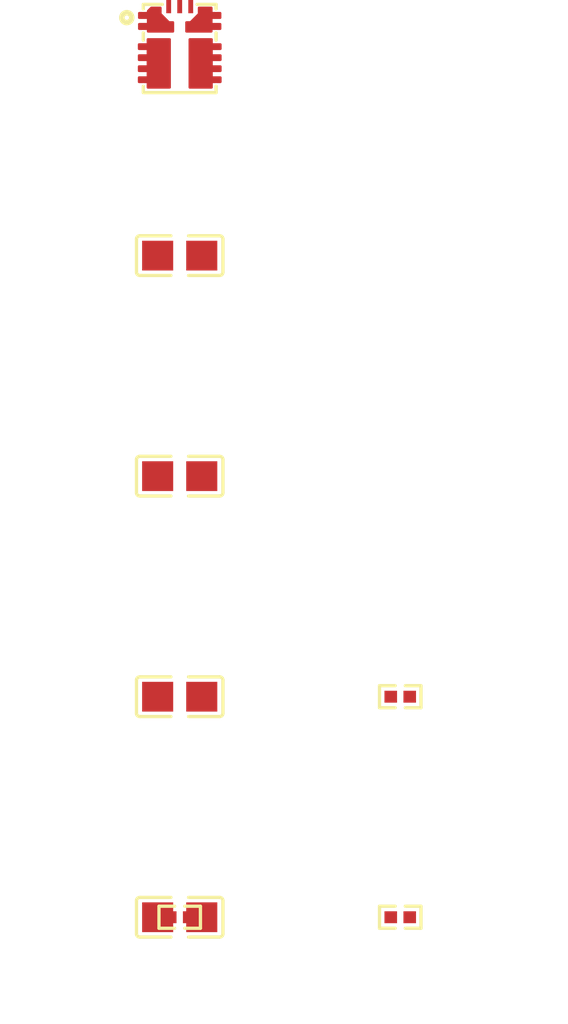
<source format=kicad_pcb>
(kicad_pcb (version 20241229) (generator "atopile") (generator_version "0.12.1")
  (layers (0 "F.Cu" signal) (31 "B.Cu" signal) (34 "B.Paste" user) (35 "F.Paste" user) (36 "B.SilkS" user "B.Silkscreen") (37 "F.SilkS" user "F.Silkscreen") (38 "B.Mask" user) (39 "F.Mask" user) (44 "Edge.Cuts" user))
  (net 0 "")
  (net 4 "PG")
  (net 5 "SW")
  (net 8 "EN")
  (net 3 "power_in-VCC")
  (net 7 "GND")
  (net 10 "power-VCC")
  (net 11 "VDIV_OUTPUT")
  (footprint "Murata_Electronics_GRM21BZ71E106KE15L:C0805" (layer "F.Cu") (at 0 -10 0)
    (property "Reference" "C2" (hide yes))
    (property "Value" "10µF ±10% 25V X7R")
    (fp_line (start 1.81 -0.9) (end 0.4 -0.9) (stroke (width 0.15)) (layer "F.SilkS"))
    (fp_line (start 0.4 0.9) (end 1.81 0.9) (stroke (width 0.15)) (layer "F.SilkS"))
    (fp_line (start 1.96 0.75) (end 1.96 -0.75) (stroke (width 0.15)) (layer "F.SilkS"))
    (fp_line (start -1.81 -0.9) (end -0.4 -0.9) (stroke (width 0.15)) (layer "F.SilkS"))
    (fp_line (start -0.4 0.9) (end -1.81 0.9) (stroke (width 0.15)) (layer "F.SilkS"))
    (fp_line (start -1.96 0.75) (end -1.96 -0.75) (stroke (width 0.15)) (layer "F.SilkS"))
    (fp_arc (start 1.96 0.75) (mid 1.9160660171779822 0.856066017177982) (end 1.81 0.8999999999999999) (stroke (width 0.15)) (layer "F.SilkS"))
    (fp_arc (start 1.81 -0.9) (mid 1.9160660171779822 -0.8560660171779821) (end 1.96 -0.75) (stroke (width 0.15)) (layer "F.SilkS"))
    (fp_arc (start -1.96 0.75) (mid -1.9160660171779822 0.856066017177982) (end -1.81 0.8999999999999999) (stroke (width 0.15)) (layer "F.SilkS"))
    (fp_arc (start -1.81 -0.9) (mid -1.9160660171779822 -0.8560660171779821) (end -1.96 -0.75) (stroke (width 0.15)) (layer "F.SilkS"))
    (pad "2" smd rect (at 1 0 0) (size 1.41 1.35) (layers "F.Cu" "F.Paste" "F.Mask") (net 7 "GND"))
    (pad "1" smd rect (at -1 0 0) (size 1.41 1.35) (layers "F.Cu" "F.Paste" "F.Mask") (net 3 "power_in-VCC"))
  )
  (footprint "Murata_Electronics_GRM21BZ71A226ME15L:C0805" (layer "F.Cu") (at 0 -20 0)
    (property "Reference" "C3" (hide yes))
    (property "Value" "22µF ±20% 10V X7R")
    (fp_line (start 1.81 -0.9) (end 0.4 -0.9) (stroke (width 0.15)) (layer "F.SilkS"))
    (fp_line (start 0.4 0.9) (end 1.81 0.9) (stroke (width 0.15)) (layer "F.SilkS"))
    (fp_line (start 1.96 0.75) (end 1.96 -0.75) (stroke (width 0.15)) (layer "F.SilkS"))
    (fp_line (start -1.81 -0.9) (end -0.4 -0.9) (stroke (width 0.15)) (layer "F.SilkS"))
    (fp_line (start -0.4 0.9) (end -1.81 0.9) (stroke (width 0.15)) (layer "F.SilkS"))
    (fp_line (start -1.96 0.75) (end -1.96 -0.75) (stroke (width 0.15)) (layer "F.SilkS"))
    (fp_arc (start 1.96 0.75) (mid 1.9160660171779822 0.856066017177982) (end 1.81 0.8999999999999999) (stroke (width 0.15)) (layer "F.SilkS"))
    (fp_arc (start 1.81 -0.9) (mid 1.9160660171779822 -0.8560660171779821) (end 1.96 -0.75) (stroke (width 0.15)) (layer "F.SilkS"))
    (fp_arc (start -1.96 0.75) (mid -1.9160660171779822 0.856066017177982) (end -1.81 0.8999999999999999) (stroke (width 0.15)) (layer "F.SilkS"))
    (fp_arc (start -1.81 -0.9) (mid -1.9160660171779822 -0.8560660171779821) (end -1.96 -0.75) (stroke (width 0.15)) (layer "F.SilkS"))
    (pad "2" smd rect (at 1 0 0) (size 1.41 1.35) (layers "F.Cu" "F.Paste" "F.Mask") (net 7 "GND"))
    (pad "1" smd rect (at -1 0 0) (size 1.41 1.35) (layers "F.Cu" "F.Paste" "F.Mask") (net 10 "power-VCC"))
  )
  (footprint "Murata_Electronics_GRM21BZ71A226ME15L:C0805" (layer "F.Cu") (at 0 -30 0)
    (property "Reference" "C4" (hide yes))
    (property "Value" "22µF ±20% 10V X7R")
    (fp_line (start 1.81 -0.9) (end 0.4 -0.9) (stroke (width 0.15)) (layer "F.SilkS"))
    (fp_line (start 0.4 0.9) (end 1.81 0.9) (stroke (width 0.15)) (layer "F.SilkS"))
    (fp_line (start 1.96 0.75) (end 1.96 -0.75) (stroke (width 0.15)) (layer "F.SilkS"))
    (fp_line (start -1.81 -0.9) (end -0.4 -0.9) (stroke (width 0.15)) (layer "F.SilkS"))
    (fp_line (start -0.4 0.9) (end -1.81 0.9) (stroke (width 0.15)) (layer "F.SilkS"))
    (fp_line (start -1.96 0.75) (end -1.96 -0.75) (stroke (width 0.15)) (layer "F.SilkS"))
    (fp_arc (start 1.96 0.75) (mid 1.9160660171779822 0.856066017177982) (end 1.81 0.8999999999999999) (stroke (width 0.15)) (layer "F.SilkS"))
    (fp_arc (start 1.81 -0.9) (mid 1.9160660171779822 -0.8560660171779821) (end 1.96 -0.75) (stroke (width 0.15)) (layer "F.SilkS"))
    (fp_arc (start -1.96 0.75) (mid -1.9160660171779822 0.856066017177982) (end -1.81 0.8999999999999999) (stroke (width 0.15)) (layer "F.SilkS"))
    (fp_arc (start -1.81 -0.9) (mid -1.9160660171779822 -0.8560660171779821) (end -1.96 -0.75) (stroke (width 0.15)) (layer "F.SilkS"))
    (pad "2" smd rect (at 1 0 0) (size 1.41 1.35) (layers "F.Cu" "F.Paste" "F.Mask") (net 7 "GND"))
    (pad "1" smd rect (at -1 0 0) (size 1.41 1.35) (layers "F.Cu" "F.Paste" "F.Mask") (net 10 "power-VCC"))
  )
  (footprint "TEXAS_INSTRUMENTS_TPSM863257RDXR:QFN-7_L4.0-W3.3_TPSM863257RDXR" (layer "F.Cu") (at 0 -40 0)
    (property "Reference" "U1" (hide yes))
    (property "Value" "")
    (fp_line (start -1.65 2.61) (end 1.65 2.61) (stroke (width 0.15)) (layer "F.SilkS"))
    (fp_line (start 1.65 2.61) (end 1.65 2.32) (stroke (width 0.15)) (layer "F.SilkS"))
    (fp_line (start -1.65 0.23) (end -1.65 -0.1) (stroke (width 0.15)) (layer "F.SilkS"))
    (fp_line (start 1.65 0.23) (end 1.65 -0.1) (stroke (width 0.15)) (layer "F.SilkS"))
    (fp_line (start -1.65 2.61) (end -1.65 2.32) (stroke (width 0.15)) (layer "F.SilkS"))
    (fp_line (start -0.79 -1.39) (end -1.65 -1.39) (stroke (width 0.15)) (layer "F.SilkS"))
    (fp_line (start 1.65 -1.18) (end 1.65 -1.39) (stroke (width 0.15)) (layer "F.SilkS"))
    (fp_line (start 1.65 -1.39) (end 0.79 -1.39) (stroke (width 0.15)) (layer "F.SilkS"))
    (fp_line (start -1.65 -1.39) (end -1.65 -1.18) (stroke (width 0.15)) (layer "F.SilkS"))
    (fp_circle (center -2.4 -0.79) (end -2.3 -0.79) (stroke (width 0.25)) (fill no) (layer "F.SilkS"))
    (pad "5" smd rect (at 0.5 -1.29 0) (size 0.22 0.6) (layers "F.Cu" "F.Paste" "F.Mask") (net 4 "PG"))
    (pad "6" smd rect (at 0 -1.29 0) (size 0.22 0.6) (layers "F.Cu" "F.Paste" "F.Mask") (net 8 "EN"))
    (pad "7" smd rect (at -0.5 -1.29 0) (size 0.22 0.6) (layers "F.Cu" "F.Paste" "F.Mask") (net 11 "VDIV_OUTPUT"))
    (pad "1" smd custom (at -0.97 -0.7 0) (size 0.01 0.01) (layers "F.Cu" "F.Paste" "F.Mask") (primitives (gr_poly (pts (xy 0.1 -0.26) (xy 0.1 -0.54) (xy 0.1 -0.54) (xy -0.32 -0.54) (xy -0.32 -0.54) (xy -0.47 -0.39) (xy -0.47 -0.39) (xy -0.47 -0.39) (xy -0.47 -0.39) (xy -0.47 -0.3) (xy -0.47 -0.3) (xy -0.87 -0.3) (xy -0.87 -0.3) (xy -0.87 -0.08) (xy -0.68 -0.08) (xy -0.47 -0.08) (xy -0.47 -0.08) (xy -0.47 0.2) (xy -0.47 0.2) (xy -0.68 0.2) (xy -0.87 0.2) (xy -0.87 0.42) (xy -0.68 0.42) (xy -0.47 0.42) (xy -0.47 0.42) (xy -0.47 0.54) (xy -0.47 0.54) (xy 0.67 0.54) (xy 0.67 0.54) (xy 0.67 0.12) (xy 0.67 0.12) (xy 0.48 0.12) (xy 0.48 0.12) (xy 0.1 -0.26)) (width 0.1))) (net 3 "power_in-VCC"))
    (pad "4" smd custom (at 0.98 -0.7 0) (size 0.01 0.01) (layers "F.Cu" "F.Paste" "F.Mask") (primitives (gr_poly (pts (xy -0.11 -0.54) (xy -0.11 -0.26) (xy -0.11 -0.26) (xy -0.49 0.12) (xy -0.49 0.12) (xy -0.68 0.12) (xy -0.68 0.12) (xy -0.68 0.54) (xy -0.68 0.54) (xy 0.46 0.54) (xy 0.46 0.54) (xy 0.46 0.42) (xy 0.46 0.42) (xy 0.86 0.42) (xy 0.86 0.42) (xy 0.86 0.2) (xy 0.86 0.2) (xy 0.46 0.2) (xy 0.46 0.2) (xy 0.46 -0.08) (xy 0.46 -0.08) (xy 0.86 -0.08) (xy 0.86 -0.08) (xy 0.86 -0.3) (xy 0.86 -0.3) (xy 0.46 -0.3) (xy 0.46 -0.3) (xy 0.46 -0.54) (xy 0.46 -0.54) (xy -0.11 -0.54)) (width 0.1))) (net 7 "GND"))
    (pad "2" smd custom (at -1.05 1.29 0) (size 0.01 0.01) (layers "F.Cu" "F.Paste" "F.Mask") (primitives (gr_poly (pts (xy 0.6 1.09) (xy 0.6 -1.1) (xy 0.6 -1.1) (xy -0.4 -1.1) (xy -0.4 -1.1) (xy -0.4 -0.87) (xy -0.4 -0.87) (xy -0.8 -0.87) (xy -0.8 -0.87) (xy -0.8 -0.66) (xy -0.8 -0.66) (xy -0.4 -0.66) (xy -0.4 -0.66) (xy -0.4 -0.37) (xy -0.4 -0.37) (xy -0.8 -0.37) (xy -0.8 -0.37) (xy -0.8 -0.16) (xy -0.8 -0.16) (xy -0.4 -0.16) (xy -0.4 -0.16) (xy -0.4 0.13) (xy -0.4 0.13) (xy -0.8 0.13) (xy -0.8 0.13) (xy -0.8 0.34) (xy -0.8 0.34) (xy -0.4 0.34) (xy -0.4 0.34) (xy -0.4 0.63) (xy -0.4 0.63) (xy -0.8 0.63) (xy -0.8 0.63) (xy -0.8 0.84) (xy -0.8 0.84) (xy -0.4 0.84) (xy -0.4 0.84) (xy -0.4 1.09) (xy -0.4 1.09) (xy 0.6 1.09)) (width 0.1))) (net 5 "SW"))
    (pad "3" smd custom (at 1.05 1.29 0) (size 0.01 0.01) (layers "F.Cu" "F.Paste" "F.Mask") (primitives (gr_poly (pts (xy 0.4 -0.87) (xy 0.4 -1.1) (xy 0.4 -1.1) (xy -0.6 -1.1) (xy -0.6 -1.1) (xy -0.6 1.09) (xy -0.6 1.09) (xy 0.4 1.09) (xy 0.4 1.09) (xy 0.4 0.84) (xy 0.4 0.84) (xy 0.8 0.84) (xy 0.8 0.84) (xy 0.8 0.63) (xy 0.8 0.63) (xy 0.4 0.63) (xy 0.4 0.63) (xy 0.4 0.34) (xy 0.4 0.34) (xy 0.8 0.34) (xy 0.8 0.34) (xy 0.8 0.13) (xy 0.8 0.13) (xy 0.4 0.13) (xy 0.4 0.13) (xy 0.4 -0.16) (xy 0.4 -0.16) (xy 0.8 -0.16) (xy 0.8 -0.16) (xy 0.8 -0.37) (xy 0.8 -0.37) (xy 0.4 -0.37) (xy 0.4 -0.37) (xy 0.4 -0.66) (xy 0.4 -0.66) (xy 0.8 -0.66) (xy 0.8 -0.66) (xy 0.8 -0.87) (xy 0.8 -0.87) (xy 0.4 -0.87)) (width 0.1))) (net 10 "power-VCC"))
  )
  (footprint "UNI_ROYAL_0402WGF1002TCE:R0402" (layer "F.Cu") (at 0 0 0)
    (property "Reference" "R1" (hide yes))
    (property "Value" "10kΩ ±1% 62.5mW")
    (fp_line (start -0.23 0.5) (end -0.94 0.5) (stroke (width 0.15)) (layer "F.SilkS"))
    (fp_line (start -0.94 0.5) (end -0.94 -0.5) (stroke (width 0.15)) (layer "F.SilkS"))
    (fp_line (start -0.94 -0.5) (end -0.23 -0.5) (stroke (width 0.15)) (layer "F.SilkS"))
    (fp_line (start 0.23 0.5) (end 0.94 0.5) (stroke (width 0.15)) (layer "F.SilkS"))
    (fp_line (start 0.94 0.5) (end 0.94 -0.5) (stroke (width 0.15)) (layer "F.SilkS"))
    (fp_line (start 0.94 -0.5) (end 0.23 -0.5) (stroke (width 0.15)) (layer "F.SilkS"))
    (pad "2" smd rect (at 0.43 0 0) (size 0.57 0.54) (layers "F.Cu" "F.Paste" "F.Mask") (net 8 "EN"))
    (pad "1" smd rect (at -0.43 0 0) (size 0.57 0.54) (layers "F.Cu" "F.Paste" "F.Mask") (net 3 "power_in-VCC"))
  )
  (footprint "Murata_Electronics_GRM21BZ71E106KE15L:C0805" (layer "F.Cu") (at 0 0 0)
    (property "Reference" "C1" (hide yes))
    (property "Value" "10µF ±10% 25V X7R")
    (fp_line (start 1.81 -0.9) (end 0.4 -0.9) (stroke (width 0.15)) (layer "F.SilkS"))
    (fp_line (start 0.4 0.9) (end 1.81 0.9) (stroke (width 0.15)) (layer "F.SilkS"))
    (fp_line (start 1.96 0.75) (end 1.96 -0.75) (stroke (width 0.15)) (layer "F.SilkS"))
    (fp_line (start -1.81 -0.9) (end -0.4 -0.9) (stroke (width 0.15)) (layer "F.SilkS"))
    (fp_line (start -0.4 0.9) (end -1.81 0.9) (stroke (width 0.15)) (layer "F.SilkS"))
    (fp_line (start -1.96 0.75) (end -1.96 -0.75) (stroke (width 0.15)) (layer "F.SilkS"))
    (fp_arc (start 1.96 0.75) (mid 1.9160660171779822 0.856066017177982) (end 1.81 0.8999999999999999) (stroke (width 0.15)) (layer "F.SilkS"))
    (fp_arc (start 1.81 -0.9) (mid 1.9160660171779822 -0.8560660171779821) (end 1.96 -0.75) (stroke (width 0.15)) (layer "F.SilkS"))
    (fp_arc (start -1.96 0.75) (mid -1.9160660171779822 0.856066017177982) (end -1.81 0.8999999999999999) (stroke (width 0.15)) (layer "F.SilkS"))
    (fp_arc (start -1.81 -0.9) (mid -1.9160660171779822 -0.8560660171779821) (end -1.96 -0.75) (stroke (width 0.15)) (layer "F.SilkS"))
    (pad "2" smd rect (at 1 0 0) (size 1.41 1.35) (layers "F.Cu" "F.Paste" "F.Mask") (net 7 "GND"))
    (pad "1" smd rect (at -1 0 0) (size 1.41 1.35) (layers "F.Cu" "F.Paste" "F.Mask") (net 3 "power_in-VCC"))
  )
  (footprint "UNI_ROYAL_0402WGF2201TCE:R0402" (layer "F.Cu") (at 10 0 0)
    (property "Reference" "R2" (hide yes))
    (property "Value" "2.2kΩ ±1% 62.5mW")
    (fp_line (start -0.23 0.5) (end -0.94 0.5) (stroke (width 0.15)) (layer "F.SilkS"))
    (fp_line (start -0.94 0.5) (end -0.94 -0.5) (stroke (width 0.15)) (layer "F.SilkS"))
    (fp_line (start -0.94 -0.5) (end -0.23 -0.5) (stroke (width 0.15)) (layer "F.SilkS"))
    (fp_line (start 0.23 0.5) (end 0.94 0.5) (stroke (width 0.15)) (layer "F.SilkS"))
    (fp_line (start 0.94 0.5) (end 0.94 -0.5) (stroke (width 0.15)) (layer "F.SilkS"))
    (fp_line (start 0.94 -0.5) (end 0.23 -0.5) (stroke (width 0.15)) (layer "F.SilkS"))
    (pad "2" smd rect (at 0.43 0 0) (size 0.57 0.54) (layers "F.Cu" "F.Paste" "F.Mask") (net 7 "GND"))
    (pad "1" smd rect (at -0.43 0 0) (size 0.57 0.54) (layers "F.Cu" "F.Paste" "F.Mask") (net 11 "VDIV_OUTPUT"))
  )
  (footprint "UNI_ROYAL_0402WGF1002TCE:R0402" (layer "F.Cu") (at 10 -10 0)
    (property "Reference" "R3" (hide yes))
    (property "Value" "10kΩ ±1% 62.5mW")
    (fp_line (start -0.23 0.5) (end -0.94 0.5) (stroke (width 0.15)) (layer "F.SilkS"))
    (fp_line (start -0.94 0.5) (end -0.94 -0.5) (stroke (width 0.15)) (layer "F.SilkS"))
    (fp_line (start -0.94 -0.5) (end -0.23 -0.5) (stroke (width 0.15)) (layer "F.SilkS"))
    (fp_line (start 0.23 0.5) (end 0.94 0.5) (stroke (width 0.15)) (layer "F.SilkS"))
    (fp_line (start 0.94 0.5) (end 0.94 -0.5) (stroke (width 0.15)) (layer "F.SilkS"))
    (fp_line (start 0.94 -0.5) (end 0.23 -0.5) (stroke (width 0.15)) (layer "F.SilkS"))
    (pad "2" smd rect (at 0.43 0 0) (size 0.57 0.54) (layers "F.Cu" "F.Paste" "F.Mask") (net 11 "VDIV_OUTPUT"))
    (pad "1" smd rect (at -0.43 0 0) (size 0.57 0.54) (layers "F.Cu" "F.Paste" "F.Mask") (net 10 "power-VCC"))
  )
)
</source>
